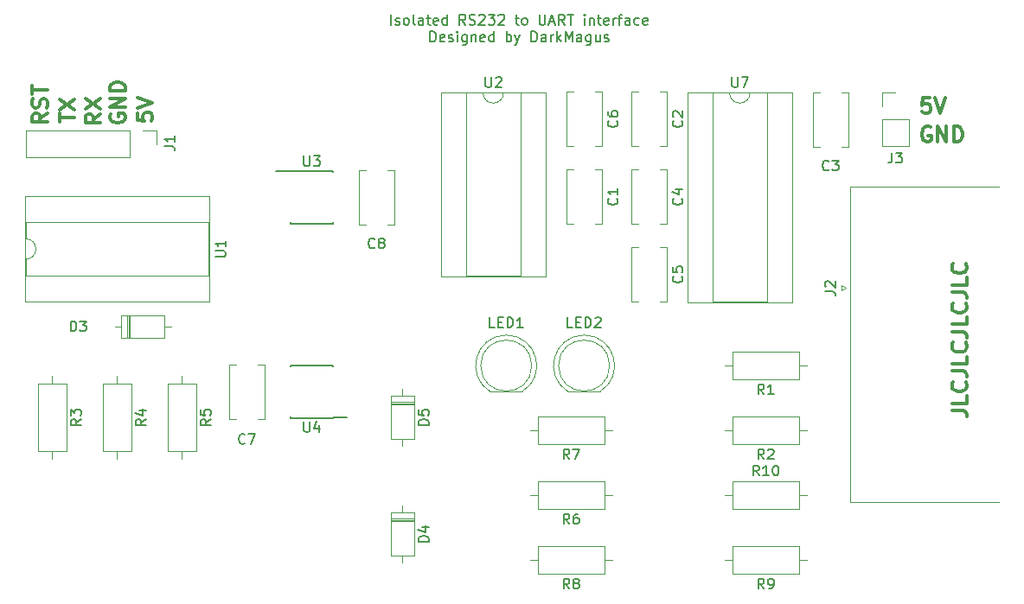
<source format=gbr>
%TF.GenerationSoftware,KiCad,Pcbnew,5.1.6+dfsg1-1~bpo10+1*%
%TF.CreationDate,2020-05-25T22:11:19+02:00*%
%TF.ProjectId,rs232 uart programmer,72733233-3220-4756-9172-742070726f67,rev?*%
%TF.SameCoordinates,Original*%
%TF.FileFunction,Legend,Top*%
%TF.FilePolarity,Positive*%
%FSLAX46Y46*%
G04 Gerber Fmt 4.6, Leading zero omitted, Abs format (unit mm)*
G04 Created by KiCad (PCBNEW 5.1.6+dfsg1-1~bpo10+1) date 2020-05-25 22:11:19*
%MOMM*%
%LPD*%
G01*
G04 APERTURE LIST*
%ADD10C,0.300000*%
%ADD11C,0.150000*%
%ADD12C,0.120000*%
G04 APERTURE END LIST*
D10*
X256988571Y-90748571D02*
X258060000Y-90748571D01*
X258274285Y-90820000D01*
X258417142Y-90962857D01*
X258488571Y-91177142D01*
X258488571Y-91320000D01*
X258488571Y-89320000D02*
X258488571Y-90034285D01*
X256988571Y-90034285D01*
X258345714Y-87962857D02*
X258417142Y-88034285D01*
X258488571Y-88248571D01*
X258488571Y-88391428D01*
X258417142Y-88605714D01*
X258274285Y-88748571D01*
X258131428Y-88820000D01*
X257845714Y-88891428D01*
X257631428Y-88891428D01*
X257345714Y-88820000D01*
X257202857Y-88748571D01*
X257060000Y-88605714D01*
X256988571Y-88391428D01*
X256988571Y-88248571D01*
X257060000Y-88034285D01*
X257131428Y-87962857D01*
X256988571Y-86891428D02*
X258060000Y-86891428D01*
X258274285Y-86962857D01*
X258417142Y-87105714D01*
X258488571Y-87320000D01*
X258488571Y-87462857D01*
X258488571Y-85462857D02*
X258488571Y-86177142D01*
X256988571Y-86177142D01*
X258345714Y-84105714D02*
X258417142Y-84177142D01*
X258488571Y-84391428D01*
X258488571Y-84534285D01*
X258417142Y-84748571D01*
X258274285Y-84891428D01*
X258131428Y-84962857D01*
X257845714Y-85034285D01*
X257631428Y-85034285D01*
X257345714Y-84962857D01*
X257202857Y-84891428D01*
X257060000Y-84748571D01*
X256988571Y-84534285D01*
X256988571Y-84391428D01*
X257060000Y-84177142D01*
X257131428Y-84105714D01*
X256988571Y-83034285D02*
X258060000Y-83034285D01*
X258274285Y-83105714D01*
X258417142Y-83248571D01*
X258488571Y-83462857D01*
X258488571Y-83605714D01*
X258488571Y-81605714D02*
X258488571Y-82320000D01*
X256988571Y-82320000D01*
X258345714Y-80248571D02*
X258417142Y-80320000D01*
X258488571Y-80534285D01*
X258488571Y-80677142D01*
X258417142Y-80891428D01*
X258274285Y-81034285D01*
X258131428Y-81105714D01*
X257845714Y-81177142D01*
X257631428Y-81177142D01*
X257345714Y-81105714D01*
X257202857Y-81034285D01*
X257060000Y-80891428D01*
X256988571Y-80677142D01*
X256988571Y-80534285D01*
X257060000Y-80320000D01*
X257131428Y-80248571D01*
X256988571Y-79177142D02*
X258060000Y-79177142D01*
X258274285Y-79248571D01*
X258417142Y-79391428D01*
X258488571Y-79605714D01*
X258488571Y-79748571D01*
X258488571Y-77748571D02*
X258488571Y-78462857D01*
X256988571Y-78462857D01*
X258345714Y-76391428D02*
X258417142Y-76462857D01*
X258488571Y-76677142D01*
X258488571Y-76820000D01*
X258417142Y-77034285D01*
X258274285Y-77177142D01*
X258131428Y-77248571D01*
X257845714Y-77320000D01*
X257631428Y-77320000D01*
X257345714Y-77248571D01*
X257202857Y-77177142D01*
X257060000Y-77034285D01*
X256988571Y-76820000D01*
X256988571Y-76677142D01*
X257060000Y-76462857D01*
X257131428Y-76391428D01*
D11*
X202082380Y-52967380D02*
X202082380Y-51967380D01*
X202510952Y-52919761D02*
X202606190Y-52967380D01*
X202796666Y-52967380D01*
X202891904Y-52919761D01*
X202939523Y-52824523D01*
X202939523Y-52776904D01*
X202891904Y-52681666D01*
X202796666Y-52634047D01*
X202653809Y-52634047D01*
X202558571Y-52586428D01*
X202510952Y-52491190D01*
X202510952Y-52443571D01*
X202558571Y-52348333D01*
X202653809Y-52300714D01*
X202796666Y-52300714D01*
X202891904Y-52348333D01*
X203510952Y-52967380D02*
X203415714Y-52919761D01*
X203368095Y-52872142D01*
X203320476Y-52776904D01*
X203320476Y-52491190D01*
X203368095Y-52395952D01*
X203415714Y-52348333D01*
X203510952Y-52300714D01*
X203653809Y-52300714D01*
X203749047Y-52348333D01*
X203796666Y-52395952D01*
X203844285Y-52491190D01*
X203844285Y-52776904D01*
X203796666Y-52872142D01*
X203749047Y-52919761D01*
X203653809Y-52967380D01*
X203510952Y-52967380D01*
X204415714Y-52967380D02*
X204320476Y-52919761D01*
X204272857Y-52824523D01*
X204272857Y-51967380D01*
X205225238Y-52967380D02*
X205225238Y-52443571D01*
X205177619Y-52348333D01*
X205082380Y-52300714D01*
X204891904Y-52300714D01*
X204796666Y-52348333D01*
X205225238Y-52919761D02*
X205130000Y-52967380D01*
X204891904Y-52967380D01*
X204796666Y-52919761D01*
X204749047Y-52824523D01*
X204749047Y-52729285D01*
X204796666Y-52634047D01*
X204891904Y-52586428D01*
X205130000Y-52586428D01*
X205225238Y-52538809D01*
X205558571Y-52300714D02*
X205939523Y-52300714D01*
X205701428Y-51967380D02*
X205701428Y-52824523D01*
X205749047Y-52919761D01*
X205844285Y-52967380D01*
X205939523Y-52967380D01*
X206653809Y-52919761D02*
X206558571Y-52967380D01*
X206368095Y-52967380D01*
X206272857Y-52919761D01*
X206225238Y-52824523D01*
X206225238Y-52443571D01*
X206272857Y-52348333D01*
X206368095Y-52300714D01*
X206558571Y-52300714D01*
X206653809Y-52348333D01*
X206701428Y-52443571D01*
X206701428Y-52538809D01*
X206225238Y-52634047D01*
X207558571Y-52967380D02*
X207558571Y-51967380D01*
X207558571Y-52919761D02*
X207463333Y-52967380D01*
X207272857Y-52967380D01*
X207177619Y-52919761D01*
X207130000Y-52872142D01*
X207082380Y-52776904D01*
X207082380Y-52491190D01*
X207130000Y-52395952D01*
X207177619Y-52348333D01*
X207272857Y-52300714D01*
X207463333Y-52300714D01*
X207558571Y-52348333D01*
X209368095Y-52967380D02*
X209034761Y-52491190D01*
X208796666Y-52967380D02*
X208796666Y-51967380D01*
X209177619Y-51967380D01*
X209272857Y-52015000D01*
X209320476Y-52062619D01*
X209368095Y-52157857D01*
X209368095Y-52300714D01*
X209320476Y-52395952D01*
X209272857Y-52443571D01*
X209177619Y-52491190D01*
X208796666Y-52491190D01*
X209749047Y-52919761D02*
X209891904Y-52967380D01*
X210130000Y-52967380D01*
X210225238Y-52919761D01*
X210272857Y-52872142D01*
X210320476Y-52776904D01*
X210320476Y-52681666D01*
X210272857Y-52586428D01*
X210225238Y-52538809D01*
X210130000Y-52491190D01*
X209939523Y-52443571D01*
X209844285Y-52395952D01*
X209796666Y-52348333D01*
X209749047Y-52253095D01*
X209749047Y-52157857D01*
X209796666Y-52062619D01*
X209844285Y-52015000D01*
X209939523Y-51967380D01*
X210177619Y-51967380D01*
X210320476Y-52015000D01*
X210701428Y-52062619D02*
X210749047Y-52015000D01*
X210844285Y-51967380D01*
X211082380Y-51967380D01*
X211177619Y-52015000D01*
X211225238Y-52062619D01*
X211272857Y-52157857D01*
X211272857Y-52253095D01*
X211225238Y-52395952D01*
X210653809Y-52967380D01*
X211272857Y-52967380D01*
X211606190Y-51967380D02*
X212225238Y-51967380D01*
X211891904Y-52348333D01*
X212034761Y-52348333D01*
X212130000Y-52395952D01*
X212177619Y-52443571D01*
X212225238Y-52538809D01*
X212225238Y-52776904D01*
X212177619Y-52872142D01*
X212130000Y-52919761D01*
X212034761Y-52967380D01*
X211749047Y-52967380D01*
X211653809Y-52919761D01*
X211606190Y-52872142D01*
X212606190Y-52062619D02*
X212653809Y-52015000D01*
X212749047Y-51967380D01*
X212987142Y-51967380D01*
X213082380Y-52015000D01*
X213130000Y-52062619D01*
X213177619Y-52157857D01*
X213177619Y-52253095D01*
X213130000Y-52395952D01*
X212558571Y-52967380D01*
X213177619Y-52967380D01*
X214225238Y-52300714D02*
X214606190Y-52300714D01*
X214368095Y-51967380D02*
X214368095Y-52824523D01*
X214415714Y-52919761D01*
X214510952Y-52967380D01*
X214606190Y-52967380D01*
X215082380Y-52967380D02*
X214987142Y-52919761D01*
X214939523Y-52872142D01*
X214891904Y-52776904D01*
X214891904Y-52491190D01*
X214939523Y-52395952D01*
X214987142Y-52348333D01*
X215082380Y-52300714D01*
X215225238Y-52300714D01*
X215320476Y-52348333D01*
X215368095Y-52395952D01*
X215415714Y-52491190D01*
X215415714Y-52776904D01*
X215368095Y-52872142D01*
X215320476Y-52919761D01*
X215225238Y-52967380D01*
X215082380Y-52967380D01*
X216606190Y-51967380D02*
X216606190Y-52776904D01*
X216653809Y-52872142D01*
X216701428Y-52919761D01*
X216796666Y-52967380D01*
X216987142Y-52967380D01*
X217082380Y-52919761D01*
X217129999Y-52872142D01*
X217177619Y-52776904D01*
X217177619Y-51967380D01*
X217606190Y-52681666D02*
X218082380Y-52681666D01*
X217510952Y-52967380D02*
X217844285Y-51967380D01*
X218177619Y-52967380D01*
X219082380Y-52967380D02*
X218749047Y-52491190D01*
X218510952Y-52967380D02*
X218510952Y-51967380D01*
X218891904Y-51967380D01*
X218987142Y-52015000D01*
X219034761Y-52062619D01*
X219082380Y-52157857D01*
X219082380Y-52300714D01*
X219034761Y-52395952D01*
X218987142Y-52443571D01*
X218891904Y-52491190D01*
X218510952Y-52491190D01*
X219368095Y-51967380D02*
X219939523Y-51967380D01*
X219653809Y-52967380D02*
X219653809Y-51967380D01*
X221034761Y-52967380D02*
X221034761Y-52300714D01*
X221034761Y-51967380D02*
X220987142Y-52015000D01*
X221034761Y-52062619D01*
X221082380Y-52015000D01*
X221034761Y-51967380D01*
X221034761Y-52062619D01*
X221510952Y-52300714D02*
X221510952Y-52967380D01*
X221510952Y-52395952D02*
X221558571Y-52348333D01*
X221653809Y-52300714D01*
X221796666Y-52300714D01*
X221891904Y-52348333D01*
X221939523Y-52443571D01*
X221939523Y-52967380D01*
X222272857Y-52300714D02*
X222653809Y-52300714D01*
X222415714Y-51967380D02*
X222415714Y-52824523D01*
X222463333Y-52919761D01*
X222558571Y-52967380D01*
X222653809Y-52967380D01*
X223368095Y-52919761D02*
X223272857Y-52967380D01*
X223082380Y-52967380D01*
X222987142Y-52919761D01*
X222939523Y-52824523D01*
X222939523Y-52443571D01*
X222987142Y-52348333D01*
X223082380Y-52300714D01*
X223272857Y-52300714D01*
X223368095Y-52348333D01*
X223415714Y-52443571D01*
X223415714Y-52538809D01*
X222939523Y-52634047D01*
X223844285Y-52967380D02*
X223844285Y-52300714D01*
X223844285Y-52491190D02*
X223891904Y-52395952D01*
X223939523Y-52348333D01*
X224034761Y-52300714D01*
X224129999Y-52300714D01*
X224320476Y-52300714D02*
X224701428Y-52300714D01*
X224463333Y-52967380D02*
X224463333Y-52110238D01*
X224510952Y-52015000D01*
X224606190Y-51967380D01*
X224701428Y-51967380D01*
X225463333Y-52967380D02*
X225463333Y-52443571D01*
X225415714Y-52348333D01*
X225320476Y-52300714D01*
X225129999Y-52300714D01*
X225034761Y-52348333D01*
X225463333Y-52919761D02*
X225368095Y-52967380D01*
X225129999Y-52967380D01*
X225034761Y-52919761D01*
X224987142Y-52824523D01*
X224987142Y-52729285D01*
X225034761Y-52634047D01*
X225129999Y-52586428D01*
X225368095Y-52586428D01*
X225463333Y-52538809D01*
X226368095Y-52919761D02*
X226272857Y-52967380D01*
X226082380Y-52967380D01*
X225987142Y-52919761D01*
X225939523Y-52872142D01*
X225891904Y-52776904D01*
X225891904Y-52491190D01*
X225939523Y-52395952D01*
X225987142Y-52348333D01*
X226082380Y-52300714D01*
X226272857Y-52300714D01*
X226368095Y-52348333D01*
X227177619Y-52919761D02*
X227082380Y-52967380D01*
X226891904Y-52967380D01*
X226796666Y-52919761D01*
X226749047Y-52824523D01*
X226749047Y-52443571D01*
X226796666Y-52348333D01*
X226891904Y-52300714D01*
X227082380Y-52300714D01*
X227177619Y-52348333D01*
X227225238Y-52443571D01*
X227225238Y-52538809D01*
X226749047Y-52634047D01*
X205915714Y-54617380D02*
X205915714Y-53617380D01*
X206153809Y-53617380D01*
X206296666Y-53665000D01*
X206391904Y-53760238D01*
X206439523Y-53855476D01*
X206487142Y-54045952D01*
X206487142Y-54188809D01*
X206439523Y-54379285D01*
X206391904Y-54474523D01*
X206296666Y-54569761D01*
X206153809Y-54617380D01*
X205915714Y-54617380D01*
X207296666Y-54569761D02*
X207201428Y-54617380D01*
X207010952Y-54617380D01*
X206915714Y-54569761D01*
X206868095Y-54474523D01*
X206868095Y-54093571D01*
X206915714Y-53998333D01*
X207010952Y-53950714D01*
X207201428Y-53950714D01*
X207296666Y-53998333D01*
X207344285Y-54093571D01*
X207344285Y-54188809D01*
X206868095Y-54284047D01*
X207725238Y-54569761D02*
X207820476Y-54617380D01*
X208010952Y-54617380D01*
X208106190Y-54569761D01*
X208153809Y-54474523D01*
X208153809Y-54426904D01*
X208106190Y-54331666D01*
X208010952Y-54284047D01*
X207868095Y-54284047D01*
X207772857Y-54236428D01*
X207725238Y-54141190D01*
X207725238Y-54093571D01*
X207772857Y-53998333D01*
X207868095Y-53950714D01*
X208010952Y-53950714D01*
X208106190Y-53998333D01*
X208582380Y-54617380D02*
X208582380Y-53950714D01*
X208582380Y-53617380D02*
X208534761Y-53665000D01*
X208582380Y-53712619D01*
X208630000Y-53665000D01*
X208582380Y-53617380D01*
X208582380Y-53712619D01*
X209487142Y-53950714D02*
X209487142Y-54760238D01*
X209439523Y-54855476D01*
X209391904Y-54903095D01*
X209296666Y-54950714D01*
X209153809Y-54950714D01*
X209058571Y-54903095D01*
X209487142Y-54569761D02*
X209391904Y-54617380D01*
X209201428Y-54617380D01*
X209106190Y-54569761D01*
X209058571Y-54522142D01*
X209010952Y-54426904D01*
X209010952Y-54141190D01*
X209058571Y-54045952D01*
X209106190Y-53998333D01*
X209201428Y-53950714D01*
X209391904Y-53950714D01*
X209487142Y-53998333D01*
X209963333Y-53950714D02*
X209963333Y-54617380D01*
X209963333Y-54045952D02*
X210010952Y-53998333D01*
X210106190Y-53950714D01*
X210249047Y-53950714D01*
X210344285Y-53998333D01*
X210391904Y-54093571D01*
X210391904Y-54617380D01*
X211249047Y-54569761D02*
X211153809Y-54617380D01*
X210963333Y-54617380D01*
X210868095Y-54569761D01*
X210820476Y-54474523D01*
X210820476Y-54093571D01*
X210868095Y-53998333D01*
X210963333Y-53950714D01*
X211153809Y-53950714D01*
X211249047Y-53998333D01*
X211296666Y-54093571D01*
X211296666Y-54188809D01*
X210820476Y-54284047D01*
X212153809Y-54617380D02*
X212153809Y-53617380D01*
X212153809Y-54569761D02*
X212058571Y-54617380D01*
X211868095Y-54617380D01*
X211772857Y-54569761D01*
X211725238Y-54522142D01*
X211677619Y-54426904D01*
X211677619Y-54141190D01*
X211725238Y-54045952D01*
X211772857Y-53998333D01*
X211868095Y-53950714D01*
X212058571Y-53950714D01*
X212153809Y-53998333D01*
X213391904Y-54617380D02*
X213391904Y-53617380D01*
X213391904Y-53998333D02*
X213487142Y-53950714D01*
X213677619Y-53950714D01*
X213772857Y-53998333D01*
X213820476Y-54045952D01*
X213868095Y-54141190D01*
X213868095Y-54426904D01*
X213820476Y-54522142D01*
X213772857Y-54569761D01*
X213677619Y-54617380D01*
X213487142Y-54617380D01*
X213391904Y-54569761D01*
X214201428Y-53950714D02*
X214439523Y-54617380D01*
X214677619Y-53950714D02*
X214439523Y-54617380D01*
X214344285Y-54855476D01*
X214296666Y-54903095D01*
X214201428Y-54950714D01*
X215820476Y-54617380D02*
X215820476Y-53617380D01*
X216058571Y-53617380D01*
X216201428Y-53665000D01*
X216296666Y-53760238D01*
X216344285Y-53855476D01*
X216391904Y-54045952D01*
X216391904Y-54188809D01*
X216344285Y-54379285D01*
X216296666Y-54474523D01*
X216201428Y-54569761D01*
X216058571Y-54617380D01*
X215820476Y-54617380D01*
X217249047Y-54617380D02*
X217249047Y-54093571D01*
X217201428Y-53998333D01*
X217106190Y-53950714D01*
X216915714Y-53950714D01*
X216820476Y-53998333D01*
X217249047Y-54569761D02*
X217153809Y-54617380D01*
X216915714Y-54617380D01*
X216820476Y-54569761D01*
X216772857Y-54474523D01*
X216772857Y-54379285D01*
X216820476Y-54284047D01*
X216915714Y-54236428D01*
X217153809Y-54236428D01*
X217249047Y-54188809D01*
X217725238Y-54617380D02*
X217725238Y-53950714D01*
X217725238Y-54141190D02*
X217772857Y-54045952D01*
X217820476Y-53998333D01*
X217915714Y-53950714D01*
X218010952Y-53950714D01*
X218344285Y-54617380D02*
X218344285Y-53617380D01*
X218439523Y-54236428D02*
X218725238Y-54617380D01*
X218725238Y-53950714D02*
X218344285Y-54331666D01*
X219153809Y-54617380D02*
X219153809Y-53617380D01*
X219487142Y-54331666D01*
X219820476Y-53617380D01*
X219820476Y-54617380D01*
X220725238Y-54617380D02*
X220725238Y-54093571D01*
X220677619Y-53998333D01*
X220582380Y-53950714D01*
X220391904Y-53950714D01*
X220296666Y-53998333D01*
X220725238Y-54569761D02*
X220630000Y-54617380D01*
X220391904Y-54617380D01*
X220296666Y-54569761D01*
X220249047Y-54474523D01*
X220249047Y-54379285D01*
X220296666Y-54284047D01*
X220391904Y-54236428D01*
X220630000Y-54236428D01*
X220725238Y-54188809D01*
X221630000Y-53950714D02*
X221630000Y-54760238D01*
X221582380Y-54855476D01*
X221534761Y-54903095D01*
X221439523Y-54950714D01*
X221296666Y-54950714D01*
X221201428Y-54903095D01*
X221630000Y-54569761D02*
X221534761Y-54617380D01*
X221344285Y-54617380D01*
X221249047Y-54569761D01*
X221201428Y-54522142D01*
X221153809Y-54426904D01*
X221153809Y-54141190D01*
X221201428Y-54045952D01*
X221249047Y-53998333D01*
X221344285Y-53950714D01*
X221534761Y-53950714D01*
X221630000Y-53998333D01*
X222534761Y-53950714D02*
X222534761Y-54617380D01*
X222106190Y-53950714D02*
X222106190Y-54474523D01*
X222153809Y-54569761D01*
X222249047Y-54617380D01*
X222391904Y-54617380D01*
X222487142Y-54569761D01*
X222534761Y-54522142D01*
X222963333Y-54569761D02*
X223058571Y-54617380D01*
X223249047Y-54617380D01*
X223344285Y-54569761D01*
X223391904Y-54474523D01*
X223391904Y-54426904D01*
X223344285Y-54331666D01*
X223249047Y-54284047D01*
X223106190Y-54284047D01*
X223010952Y-54236428D01*
X222963333Y-54141190D01*
X222963333Y-54093571D01*
X223010952Y-53998333D01*
X223106190Y-53950714D01*
X223249047Y-53950714D01*
X223344285Y-53998333D01*
D10*
X254889142Y-63004000D02*
X254746285Y-62932571D01*
X254532000Y-62932571D01*
X254317714Y-63004000D01*
X254174857Y-63146857D01*
X254103428Y-63289714D01*
X254032000Y-63575428D01*
X254032000Y-63789714D01*
X254103428Y-64075428D01*
X254174857Y-64218285D01*
X254317714Y-64361142D01*
X254532000Y-64432571D01*
X254674857Y-64432571D01*
X254889142Y-64361142D01*
X254960571Y-64289714D01*
X254960571Y-63789714D01*
X254674857Y-63789714D01*
X255603428Y-64432571D02*
X255603428Y-62932571D01*
X256460571Y-64432571D01*
X256460571Y-62932571D01*
X257174857Y-64432571D02*
X257174857Y-62932571D01*
X257532000Y-62932571D01*
X257746285Y-63004000D01*
X257889142Y-63146857D01*
X257960571Y-63289714D01*
X258032000Y-63575428D01*
X258032000Y-63789714D01*
X257960571Y-64075428D01*
X257889142Y-64218285D01*
X257746285Y-64361142D01*
X257532000Y-64432571D01*
X257174857Y-64432571D01*
X254857285Y-60138571D02*
X254143000Y-60138571D01*
X254071571Y-60852857D01*
X254143000Y-60781428D01*
X254285857Y-60710000D01*
X254643000Y-60710000D01*
X254785857Y-60781428D01*
X254857285Y-60852857D01*
X254928714Y-60995714D01*
X254928714Y-61352857D01*
X254857285Y-61495714D01*
X254785857Y-61567142D01*
X254643000Y-61638571D01*
X254285857Y-61638571D01*
X254143000Y-61567142D01*
X254071571Y-61495714D01*
X255357285Y-60138571D02*
X255857285Y-61638571D01*
X256357285Y-60138571D01*
X177232571Y-61626714D02*
X177232571Y-62341000D01*
X177946857Y-62412428D01*
X177875428Y-62341000D01*
X177804000Y-62198142D01*
X177804000Y-61841000D01*
X177875428Y-61698142D01*
X177946857Y-61626714D01*
X178089714Y-61555285D01*
X178446857Y-61555285D01*
X178589714Y-61626714D01*
X178661142Y-61698142D01*
X178732571Y-61841000D01*
X178732571Y-62198142D01*
X178661142Y-62341000D01*
X178589714Y-62412428D01*
X177232571Y-61126714D02*
X178732571Y-60626714D01*
X177232571Y-60126714D01*
X174637000Y-61721857D02*
X174565571Y-61864714D01*
X174565571Y-62079000D01*
X174637000Y-62293285D01*
X174779857Y-62436142D01*
X174922714Y-62507571D01*
X175208428Y-62579000D01*
X175422714Y-62579000D01*
X175708428Y-62507571D01*
X175851285Y-62436142D01*
X175994142Y-62293285D01*
X176065571Y-62079000D01*
X176065571Y-61936142D01*
X175994142Y-61721857D01*
X175922714Y-61650428D01*
X175422714Y-61650428D01*
X175422714Y-61936142D01*
X176065571Y-61007571D02*
X174565571Y-61007571D01*
X176065571Y-60150428D01*
X174565571Y-60150428D01*
X176065571Y-59436142D02*
X174565571Y-59436142D01*
X174565571Y-59079000D01*
X174637000Y-58864714D01*
X174779857Y-58721857D01*
X174922714Y-58650428D01*
X175208428Y-58579000D01*
X175422714Y-58579000D01*
X175708428Y-58650428D01*
X175851285Y-58721857D01*
X175994142Y-58864714D01*
X176065571Y-59079000D01*
X176065571Y-59436142D01*
X168445571Y-61654428D02*
X167731285Y-62154428D01*
X168445571Y-62511571D02*
X166945571Y-62511571D01*
X166945571Y-61940142D01*
X167017000Y-61797285D01*
X167088428Y-61725857D01*
X167231285Y-61654428D01*
X167445571Y-61654428D01*
X167588428Y-61725857D01*
X167659857Y-61797285D01*
X167731285Y-61940142D01*
X167731285Y-62511571D01*
X168374142Y-61083000D02*
X168445571Y-60868714D01*
X168445571Y-60511571D01*
X168374142Y-60368714D01*
X168302714Y-60297285D01*
X168159857Y-60225857D01*
X168017000Y-60225857D01*
X167874142Y-60297285D01*
X167802714Y-60368714D01*
X167731285Y-60511571D01*
X167659857Y-60797285D01*
X167588428Y-60940142D01*
X167517000Y-61011571D01*
X167374142Y-61083000D01*
X167231285Y-61083000D01*
X167088428Y-61011571D01*
X167017000Y-60940142D01*
X166945571Y-60797285D01*
X166945571Y-60440142D01*
X167017000Y-60225857D01*
X166945571Y-59797285D02*
X166945571Y-58940142D01*
X168445571Y-59368714D02*
X166945571Y-59368714D01*
X169612571Y-62483857D02*
X169612571Y-61626714D01*
X171112571Y-62055285D02*
X169612571Y-62055285D01*
X169612571Y-61269571D02*
X171112571Y-60269571D01*
X169612571Y-60269571D02*
X171112571Y-61269571D01*
X173652571Y-61718000D02*
X172938285Y-62218000D01*
X173652571Y-62575142D02*
X172152571Y-62575142D01*
X172152571Y-62003714D01*
X172224000Y-61860857D01*
X172295428Y-61789428D01*
X172438285Y-61718000D01*
X172652571Y-61718000D01*
X172795428Y-61789428D01*
X172866857Y-61860857D01*
X172938285Y-62003714D01*
X172938285Y-62575142D01*
X172152571Y-61218000D02*
X173652571Y-60218000D01*
X172152571Y-60218000D02*
X173652571Y-61218000D01*
D12*
%TO.C,R10*%
X242800000Y-99060000D02*
X242030000Y-99060000D01*
X234720000Y-99060000D02*
X235490000Y-99060000D01*
X242030000Y-97690000D02*
X235490000Y-97690000D01*
X242030000Y-100430000D02*
X242030000Y-97690000D01*
X235490000Y-100430000D02*
X242030000Y-100430000D01*
X235490000Y-97690000D02*
X235490000Y-100430000D01*
%TO.C,R9*%
X234720000Y-105410000D02*
X235490000Y-105410000D01*
X242800000Y-105410000D02*
X242030000Y-105410000D01*
X235490000Y-106780000D02*
X242030000Y-106780000D01*
X235490000Y-104040000D02*
X235490000Y-106780000D01*
X242030000Y-104040000D02*
X235490000Y-104040000D01*
X242030000Y-106780000D02*
X242030000Y-104040000D01*
%TO.C,R8*%
X215670000Y-105410000D02*
X216440000Y-105410000D01*
X223750000Y-105410000D02*
X222980000Y-105410000D01*
X216440000Y-106780000D02*
X222980000Y-106780000D01*
X216440000Y-104040000D02*
X216440000Y-106780000D01*
X222980000Y-104040000D02*
X216440000Y-104040000D01*
X222980000Y-106780000D02*
X222980000Y-104040000D01*
%TO.C,R7*%
X215670000Y-92710000D02*
X216440000Y-92710000D01*
X223750000Y-92710000D02*
X222980000Y-92710000D01*
X216440000Y-94080000D02*
X222980000Y-94080000D01*
X216440000Y-91340000D02*
X216440000Y-94080000D01*
X222980000Y-91340000D02*
X216440000Y-91340000D01*
X222980000Y-94080000D02*
X222980000Y-91340000D01*
%TO.C,R6*%
X215670000Y-99060000D02*
X216440000Y-99060000D01*
X223750000Y-99060000D02*
X222980000Y-99060000D01*
X216440000Y-100430000D02*
X222980000Y-100430000D01*
X216440000Y-97690000D02*
X216440000Y-100430000D01*
X222980000Y-97690000D02*
X216440000Y-97690000D01*
X222980000Y-100430000D02*
X222980000Y-97690000D01*
%TO.C,R5*%
X181610000Y-95480000D02*
X181610000Y-94710000D01*
X181610000Y-87400000D02*
X181610000Y-88170000D01*
X182980000Y-94710000D02*
X182980000Y-88170000D01*
X180240000Y-94710000D02*
X182980000Y-94710000D01*
X180240000Y-88170000D02*
X180240000Y-94710000D01*
X182980000Y-88170000D02*
X180240000Y-88170000D01*
%TO.C,R4*%
X175260000Y-95480000D02*
X175260000Y-94710000D01*
X175260000Y-87400000D02*
X175260000Y-88170000D01*
X176630000Y-94710000D02*
X176630000Y-88170000D01*
X173890000Y-94710000D02*
X176630000Y-94710000D01*
X173890000Y-88170000D02*
X173890000Y-94710000D01*
X176630000Y-88170000D02*
X173890000Y-88170000D01*
%TO.C,R3*%
X168910000Y-95480000D02*
X168910000Y-94710000D01*
X168910000Y-87400000D02*
X168910000Y-88170000D01*
X170280000Y-94710000D02*
X170280000Y-88170000D01*
X167540000Y-94710000D02*
X170280000Y-94710000D01*
X167540000Y-88170000D02*
X167540000Y-94710000D01*
X170280000Y-88170000D02*
X167540000Y-88170000D01*
%TO.C,R2*%
X234720000Y-92710000D02*
X235490000Y-92710000D01*
X242800000Y-92710000D02*
X242030000Y-92710000D01*
X235490000Y-94080000D02*
X242030000Y-94080000D01*
X235490000Y-91340000D02*
X235490000Y-94080000D01*
X242030000Y-91340000D02*
X235490000Y-91340000D01*
X242030000Y-94080000D02*
X242030000Y-91340000D01*
%TO.C,R1*%
X234720000Y-86360000D02*
X235490000Y-86360000D01*
X242800000Y-86360000D02*
X242030000Y-86360000D01*
X235490000Y-87730000D02*
X242030000Y-87730000D01*
X235490000Y-84990000D02*
X235490000Y-87730000D01*
X242030000Y-84990000D02*
X235490000Y-84990000D01*
X242030000Y-87730000D02*
X242030000Y-84990000D01*
%TO.C,LED2*%
X219435000Y-88920000D02*
X222525000Y-88920000D01*
X223480000Y-86360000D02*
G75*
G03*
X223480000Y-86360000I-2500000J0D01*
G01*
X220979538Y-83370000D02*
G75*
G02*
X222524830Y-88920000I462J-2990000D01*
G01*
X220980462Y-83370000D02*
G75*
G03*
X219435170Y-88920000I-462J-2990000D01*
G01*
%TO.C,U7*%
X241360000Y-59570000D02*
X231080000Y-59570000D01*
X241360000Y-80130000D02*
X241360000Y-59570000D01*
X231080000Y-80130000D02*
X241360000Y-80130000D01*
X231080000Y-59570000D02*
X231080000Y-80130000D01*
X238870000Y-59630000D02*
X237220000Y-59630000D01*
X238870000Y-80070000D02*
X238870000Y-59630000D01*
X233570000Y-80070000D02*
X238870000Y-80070000D01*
X233570000Y-59630000D02*
X233570000Y-80070000D01*
X235220000Y-59630000D02*
X233570000Y-59630000D01*
X237220000Y-59630000D02*
G75*
G02*
X235220000Y-59630000I-1000000J0D01*
G01*
D11*
%TO.C,U4*%
X196385000Y-91475000D02*
X196385000Y-91425000D01*
X192235000Y-91475000D02*
X192235000Y-91330000D01*
X192235000Y-86325000D02*
X192235000Y-86470000D01*
X196385000Y-86325000D02*
X196385000Y-86470000D01*
X196385000Y-91475000D02*
X192235000Y-91475000D01*
X196385000Y-86325000D02*
X192235000Y-86325000D01*
X196385000Y-91425000D02*
X197785000Y-91425000D01*
%TO.C,U3*%
X192235000Y-67275000D02*
X192235000Y-67325000D01*
X196385000Y-67275000D02*
X196385000Y-67420000D01*
X196385000Y-72425000D02*
X196385000Y-72280000D01*
X192235000Y-72425000D02*
X192235000Y-72280000D01*
X192235000Y-67275000D02*
X196385000Y-67275000D01*
X192235000Y-72425000D02*
X196385000Y-72425000D01*
X192235000Y-67325000D02*
X190835000Y-67325000D01*
D12*
%TO.C,U2*%
X217230000Y-59570000D02*
X206950000Y-59570000D01*
X217230000Y-77590000D02*
X217230000Y-59570000D01*
X206950000Y-77590000D02*
X217230000Y-77590000D01*
X206950000Y-59570000D02*
X206950000Y-77590000D01*
X214740000Y-59630000D02*
X213090000Y-59630000D01*
X214740000Y-77530000D02*
X214740000Y-59630000D01*
X209440000Y-77530000D02*
X214740000Y-77530000D01*
X209440000Y-59630000D02*
X209440000Y-77530000D01*
X211090000Y-59630000D02*
X209440000Y-59630000D01*
X213090000Y-59630000D02*
G75*
G02*
X211090000Y-59630000I-1000000J0D01*
G01*
%TO.C,U1*%
X166310000Y-75930000D02*
X166310000Y-77580000D01*
X166310000Y-77580000D02*
X184210000Y-77580000D01*
X184210000Y-77580000D02*
X184210000Y-72280000D01*
X184210000Y-72280000D02*
X166310000Y-72280000D01*
X166310000Y-72280000D02*
X166310000Y-73930000D01*
X166250000Y-80070000D02*
X184270000Y-80070000D01*
X184270000Y-80070000D02*
X184270000Y-69790000D01*
X184270000Y-69790000D02*
X166250000Y-69790000D01*
X166250000Y-69790000D02*
X166250000Y-80070000D01*
X166310000Y-73930000D02*
G75*
G02*
X166310000Y-75930000I0J-1000000D01*
G01*
%TO.C,J3*%
X250130000Y-59630000D02*
X251460000Y-59630000D01*
X250130000Y-60960000D02*
X250130000Y-59630000D01*
X250130000Y-62230000D02*
X252790000Y-62230000D01*
X252790000Y-62230000D02*
X252790000Y-64830000D01*
X250130000Y-62230000D02*
X250130000Y-64830000D01*
X250130000Y-64830000D02*
X252790000Y-64830000D01*
%TO.C,J2*%
X246598675Y-78740000D02*
X246165662Y-78990000D01*
X246165662Y-78490000D02*
X246598675Y-78740000D01*
X246165662Y-78990000D02*
X246165662Y-78490000D01*
X247060000Y-68795000D02*
X261600000Y-68795000D01*
X247060000Y-99765000D02*
X247060000Y-68795000D01*
X261600000Y-99765000D02*
X247060000Y-99765000D01*
%TO.C,J1*%
X166310000Y-63313000D02*
X166310000Y-65973000D01*
X176530000Y-63313000D02*
X166310000Y-63313000D01*
X176530000Y-65973000D02*
X166310000Y-65973000D01*
X176530000Y-63313000D02*
X176530000Y-65973000D01*
X177800000Y-63313000D02*
X179130000Y-63313000D01*
X179130000Y-63313000D02*
X179130000Y-64643000D01*
%TO.C,D5*%
X204320000Y-89920000D02*
X202080000Y-89920000D01*
X204320000Y-90160000D02*
X202080000Y-90160000D01*
X204320000Y-90040000D02*
X202080000Y-90040000D01*
X203200000Y-94210000D02*
X203200000Y-93560000D01*
X203200000Y-88670000D02*
X203200000Y-89320000D01*
X204320000Y-93560000D02*
X204320000Y-89320000D01*
X202080000Y-93560000D02*
X204320000Y-93560000D01*
X202080000Y-89320000D02*
X202080000Y-93560000D01*
X204320000Y-89320000D02*
X202080000Y-89320000D01*
%TO.C,D4*%
X204320000Y-101350000D02*
X202080000Y-101350000D01*
X204320000Y-101590000D02*
X202080000Y-101590000D01*
X204320000Y-101470000D02*
X202080000Y-101470000D01*
X203200000Y-105640000D02*
X203200000Y-104990000D01*
X203200000Y-100100000D02*
X203200000Y-100750000D01*
X204320000Y-104990000D02*
X204320000Y-100750000D01*
X202080000Y-104990000D02*
X204320000Y-104990000D01*
X202080000Y-100750000D02*
X202080000Y-104990000D01*
X204320000Y-100750000D02*
X202080000Y-100750000D01*
%TO.C,D3*%
X175680000Y-81430000D02*
X175680000Y-83670000D01*
X175680000Y-83670000D02*
X179920000Y-83670000D01*
X179920000Y-83670000D02*
X179920000Y-81430000D01*
X179920000Y-81430000D02*
X175680000Y-81430000D01*
X175030000Y-82550000D02*
X175680000Y-82550000D01*
X180570000Y-82550000D02*
X179920000Y-82550000D01*
X176400000Y-81430000D02*
X176400000Y-83670000D01*
X176520000Y-81430000D02*
X176520000Y-83670000D01*
X176280000Y-81430000D02*
X176280000Y-83670000D01*
%TO.C,LED1*%
X211815000Y-88920000D02*
X214905000Y-88920000D01*
X215860000Y-86360000D02*
G75*
G03*
X215860000Y-86360000I-2500000J0D01*
G01*
X213359538Y-83370000D02*
G75*
G02*
X214904830Y-88920000I462J-2990000D01*
G01*
X213360462Y-83370000D02*
G75*
G03*
X211815170Y-88920000I-462J-2990000D01*
G01*
%TO.C,C8*%
X198939000Y-72560000D02*
X198939000Y-67220000D01*
X202381000Y-72560000D02*
X202381000Y-67220000D01*
X198939000Y-72560000D02*
X199605000Y-72560000D01*
X201715000Y-72560000D02*
X202381000Y-72560000D01*
X198939000Y-67220000D02*
X199605000Y-67220000D01*
X201715000Y-67220000D02*
X202381000Y-67220000D01*
%TO.C,C7*%
X186239000Y-91610000D02*
X186239000Y-86270000D01*
X189681000Y-91610000D02*
X189681000Y-86270000D01*
X186239000Y-91610000D02*
X186905000Y-91610000D01*
X189015000Y-91610000D02*
X189681000Y-91610000D01*
X186239000Y-86270000D02*
X186905000Y-86270000D01*
X189015000Y-86270000D02*
X189681000Y-86270000D01*
%TO.C,C6*%
X219925000Y-64860000D02*
X219259000Y-64860000D01*
X222701000Y-64860000D02*
X222035000Y-64860000D01*
X219925000Y-59520000D02*
X219259000Y-59520000D01*
X222701000Y-59520000D02*
X222035000Y-59520000D01*
X219259000Y-59520000D02*
X219259000Y-64860000D01*
X222701000Y-59520000D02*
X222701000Y-64860000D01*
%TO.C,C5*%
X226275000Y-80100000D02*
X225609000Y-80100000D01*
X229051000Y-80100000D02*
X228385000Y-80100000D01*
X226275000Y-74760000D02*
X225609000Y-74760000D01*
X229051000Y-74760000D02*
X228385000Y-74760000D01*
X225609000Y-74760000D02*
X225609000Y-80100000D01*
X229051000Y-74760000D02*
X229051000Y-80100000D01*
%TO.C,C4*%
X226275000Y-72480000D02*
X225609000Y-72480000D01*
X229051000Y-72480000D02*
X228385000Y-72480000D01*
X226275000Y-67140000D02*
X225609000Y-67140000D01*
X229051000Y-67140000D02*
X228385000Y-67140000D01*
X225609000Y-67140000D02*
X225609000Y-72480000D01*
X229051000Y-67140000D02*
X229051000Y-72480000D01*
%TO.C,C3*%
X246165000Y-59600000D02*
X246831000Y-59600000D01*
X243389000Y-59600000D02*
X244055000Y-59600000D01*
X246165000Y-64940000D02*
X246831000Y-64940000D01*
X243389000Y-64940000D02*
X244055000Y-64940000D01*
X246831000Y-64940000D02*
X246831000Y-59600000D01*
X243389000Y-64940000D02*
X243389000Y-59600000D01*
%TO.C,C2*%
X226275000Y-64860000D02*
X225609000Y-64860000D01*
X229051000Y-64860000D02*
X228385000Y-64860000D01*
X226275000Y-59520000D02*
X225609000Y-59520000D01*
X229051000Y-59520000D02*
X228385000Y-59520000D01*
X225609000Y-59520000D02*
X225609000Y-64860000D01*
X229051000Y-59520000D02*
X229051000Y-64860000D01*
%TO.C,C1*%
X219925000Y-72480000D02*
X219259000Y-72480000D01*
X222701000Y-72480000D02*
X222035000Y-72480000D01*
X219925000Y-67140000D02*
X219259000Y-67140000D01*
X222701000Y-67140000D02*
X222035000Y-67140000D01*
X219259000Y-67140000D02*
X219259000Y-72480000D01*
X222701000Y-67140000D02*
X222701000Y-72480000D01*
%TO.C,R10*%
D11*
X238117142Y-97142380D02*
X237783809Y-96666190D01*
X237545714Y-97142380D02*
X237545714Y-96142380D01*
X237926666Y-96142380D01*
X238021904Y-96190000D01*
X238069523Y-96237619D01*
X238117142Y-96332857D01*
X238117142Y-96475714D01*
X238069523Y-96570952D01*
X238021904Y-96618571D01*
X237926666Y-96666190D01*
X237545714Y-96666190D01*
X239069523Y-97142380D02*
X238498095Y-97142380D01*
X238783809Y-97142380D02*
X238783809Y-96142380D01*
X238688571Y-96285238D01*
X238593333Y-96380476D01*
X238498095Y-96428095D01*
X239688571Y-96142380D02*
X239783809Y-96142380D01*
X239879047Y-96190000D01*
X239926666Y-96237619D01*
X239974285Y-96332857D01*
X240021904Y-96523333D01*
X240021904Y-96761428D01*
X239974285Y-96951904D01*
X239926666Y-97047142D01*
X239879047Y-97094761D01*
X239783809Y-97142380D01*
X239688571Y-97142380D01*
X239593333Y-97094761D01*
X239545714Y-97047142D01*
X239498095Y-96951904D01*
X239450476Y-96761428D01*
X239450476Y-96523333D01*
X239498095Y-96332857D01*
X239545714Y-96237619D01*
X239593333Y-96190000D01*
X239688571Y-96142380D01*
%TO.C,R9*%
X238593333Y-108232380D02*
X238260000Y-107756190D01*
X238021904Y-108232380D02*
X238021904Y-107232380D01*
X238402857Y-107232380D01*
X238498095Y-107280000D01*
X238545714Y-107327619D01*
X238593333Y-107422857D01*
X238593333Y-107565714D01*
X238545714Y-107660952D01*
X238498095Y-107708571D01*
X238402857Y-107756190D01*
X238021904Y-107756190D01*
X239069523Y-108232380D02*
X239260000Y-108232380D01*
X239355238Y-108184761D01*
X239402857Y-108137142D01*
X239498095Y-107994285D01*
X239545714Y-107803809D01*
X239545714Y-107422857D01*
X239498095Y-107327619D01*
X239450476Y-107280000D01*
X239355238Y-107232380D01*
X239164761Y-107232380D01*
X239069523Y-107280000D01*
X239021904Y-107327619D01*
X238974285Y-107422857D01*
X238974285Y-107660952D01*
X239021904Y-107756190D01*
X239069523Y-107803809D01*
X239164761Y-107851428D01*
X239355238Y-107851428D01*
X239450476Y-107803809D01*
X239498095Y-107756190D01*
X239545714Y-107660952D01*
%TO.C,R8*%
X219543333Y-108232380D02*
X219210000Y-107756190D01*
X218971904Y-108232380D02*
X218971904Y-107232380D01*
X219352857Y-107232380D01*
X219448095Y-107280000D01*
X219495714Y-107327619D01*
X219543333Y-107422857D01*
X219543333Y-107565714D01*
X219495714Y-107660952D01*
X219448095Y-107708571D01*
X219352857Y-107756190D01*
X218971904Y-107756190D01*
X220114761Y-107660952D02*
X220019523Y-107613333D01*
X219971904Y-107565714D01*
X219924285Y-107470476D01*
X219924285Y-107422857D01*
X219971904Y-107327619D01*
X220019523Y-107280000D01*
X220114761Y-107232380D01*
X220305238Y-107232380D01*
X220400476Y-107280000D01*
X220448095Y-107327619D01*
X220495714Y-107422857D01*
X220495714Y-107470476D01*
X220448095Y-107565714D01*
X220400476Y-107613333D01*
X220305238Y-107660952D01*
X220114761Y-107660952D01*
X220019523Y-107708571D01*
X219971904Y-107756190D01*
X219924285Y-107851428D01*
X219924285Y-108041904D01*
X219971904Y-108137142D01*
X220019523Y-108184761D01*
X220114761Y-108232380D01*
X220305238Y-108232380D01*
X220400476Y-108184761D01*
X220448095Y-108137142D01*
X220495714Y-108041904D01*
X220495714Y-107851428D01*
X220448095Y-107756190D01*
X220400476Y-107708571D01*
X220305238Y-107660952D01*
%TO.C,R7*%
X219543333Y-95532380D02*
X219210000Y-95056190D01*
X218971904Y-95532380D02*
X218971904Y-94532380D01*
X219352857Y-94532380D01*
X219448095Y-94580000D01*
X219495714Y-94627619D01*
X219543333Y-94722857D01*
X219543333Y-94865714D01*
X219495714Y-94960952D01*
X219448095Y-95008571D01*
X219352857Y-95056190D01*
X218971904Y-95056190D01*
X219876666Y-94532380D02*
X220543333Y-94532380D01*
X220114761Y-95532380D01*
%TO.C,R6*%
X219543333Y-101882380D02*
X219210000Y-101406190D01*
X218971904Y-101882380D02*
X218971904Y-100882380D01*
X219352857Y-100882380D01*
X219448095Y-100930000D01*
X219495714Y-100977619D01*
X219543333Y-101072857D01*
X219543333Y-101215714D01*
X219495714Y-101310952D01*
X219448095Y-101358571D01*
X219352857Y-101406190D01*
X218971904Y-101406190D01*
X220400476Y-100882380D02*
X220210000Y-100882380D01*
X220114761Y-100930000D01*
X220067142Y-100977619D01*
X219971904Y-101120476D01*
X219924285Y-101310952D01*
X219924285Y-101691904D01*
X219971904Y-101787142D01*
X220019523Y-101834761D01*
X220114761Y-101882380D01*
X220305238Y-101882380D01*
X220400476Y-101834761D01*
X220448095Y-101787142D01*
X220495714Y-101691904D01*
X220495714Y-101453809D01*
X220448095Y-101358571D01*
X220400476Y-101310952D01*
X220305238Y-101263333D01*
X220114761Y-101263333D01*
X220019523Y-101310952D01*
X219971904Y-101358571D01*
X219924285Y-101453809D01*
%TO.C,R5*%
X184432380Y-91606666D02*
X183956190Y-91940000D01*
X184432380Y-92178095D02*
X183432380Y-92178095D01*
X183432380Y-91797142D01*
X183480000Y-91701904D01*
X183527619Y-91654285D01*
X183622857Y-91606666D01*
X183765714Y-91606666D01*
X183860952Y-91654285D01*
X183908571Y-91701904D01*
X183956190Y-91797142D01*
X183956190Y-92178095D01*
X183432380Y-90701904D02*
X183432380Y-91178095D01*
X183908571Y-91225714D01*
X183860952Y-91178095D01*
X183813333Y-91082857D01*
X183813333Y-90844761D01*
X183860952Y-90749523D01*
X183908571Y-90701904D01*
X184003809Y-90654285D01*
X184241904Y-90654285D01*
X184337142Y-90701904D01*
X184384761Y-90749523D01*
X184432380Y-90844761D01*
X184432380Y-91082857D01*
X184384761Y-91178095D01*
X184337142Y-91225714D01*
%TO.C,R4*%
X178082380Y-91606666D02*
X177606190Y-91940000D01*
X178082380Y-92178095D02*
X177082380Y-92178095D01*
X177082380Y-91797142D01*
X177130000Y-91701904D01*
X177177619Y-91654285D01*
X177272857Y-91606666D01*
X177415714Y-91606666D01*
X177510952Y-91654285D01*
X177558571Y-91701904D01*
X177606190Y-91797142D01*
X177606190Y-92178095D01*
X177415714Y-90749523D02*
X178082380Y-90749523D01*
X177034761Y-90987619D02*
X177749047Y-91225714D01*
X177749047Y-90606666D01*
%TO.C,R3*%
X171732380Y-91606666D02*
X171256190Y-91940000D01*
X171732380Y-92178095D02*
X170732380Y-92178095D01*
X170732380Y-91797142D01*
X170780000Y-91701904D01*
X170827619Y-91654285D01*
X170922857Y-91606666D01*
X171065714Y-91606666D01*
X171160952Y-91654285D01*
X171208571Y-91701904D01*
X171256190Y-91797142D01*
X171256190Y-92178095D01*
X170732380Y-91273333D02*
X170732380Y-90654285D01*
X171113333Y-90987619D01*
X171113333Y-90844761D01*
X171160952Y-90749523D01*
X171208571Y-90701904D01*
X171303809Y-90654285D01*
X171541904Y-90654285D01*
X171637142Y-90701904D01*
X171684761Y-90749523D01*
X171732380Y-90844761D01*
X171732380Y-91130476D01*
X171684761Y-91225714D01*
X171637142Y-91273333D01*
%TO.C,R2*%
X238593333Y-95532380D02*
X238260000Y-95056190D01*
X238021904Y-95532380D02*
X238021904Y-94532380D01*
X238402857Y-94532380D01*
X238498095Y-94580000D01*
X238545714Y-94627619D01*
X238593333Y-94722857D01*
X238593333Y-94865714D01*
X238545714Y-94960952D01*
X238498095Y-95008571D01*
X238402857Y-95056190D01*
X238021904Y-95056190D01*
X238974285Y-94627619D02*
X239021904Y-94580000D01*
X239117142Y-94532380D01*
X239355238Y-94532380D01*
X239450476Y-94580000D01*
X239498095Y-94627619D01*
X239545714Y-94722857D01*
X239545714Y-94818095D01*
X239498095Y-94960952D01*
X238926666Y-95532380D01*
X239545714Y-95532380D01*
%TO.C,R1*%
X238593333Y-89182380D02*
X238260000Y-88706190D01*
X238021904Y-89182380D02*
X238021904Y-88182380D01*
X238402857Y-88182380D01*
X238498095Y-88230000D01*
X238545714Y-88277619D01*
X238593333Y-88372857D01*
X238593333Y-88515714D01*
X238545714Y-88610952D01*
X238498095Y-88658571D01*
X238402857Y-88706190D01*
X238021904Y-88706190D01*
X239545714Y-89182380D02*
X238974285Y-89182380D01*
X239260000Y-89182380D02*
X239260000Y-88182380D01*
X239164761Y-88325238D01*
X239069523Y-88420476D01*
X238974285Y-88468095D01*
%TO.C,LED2*%
X219860952Y-82621380D02*
X219384761Y-82621380D01*
X219384761Y-81621380D01*
X220194285Y-82097571D02*
X220527619Y-82097571D01*
X220670476Y-82621380D02*
X220194285Y-82621380D01*
X220194285Y-81621380D01*
X220670476Y-81621380D01*
X221099047Y-82621380D02*
X221099047Y-81621380D01*
X221337142Y-81621380D01*
X221480000Y-81669000D01*
X221575238Y-81764238D01*
X221622857Y-81859476D01*
X221670476Y-82049952D01*
X221670476Y-82192809D01*
X221622857Y-82383285D01*
X221575238Y-82478523D01*
X221480000Y-82573761D01*
X221337142Y-82621380D01*
X221099047Y-82621380D01*
X222051428Y-81716619D02*
X222099047Y-81669000D01*
X222194285Y-81621380D01*
X222432380Y-81621380D01*
X222527619Y-81669000D01*
X222575238Y-81716619D01*
X222622857Y-81811857D01*
X222622857Y-81907095D01*
X222575238Y-82049952D01*
X222003809Y-82621380D01*
X222622857Y-82621380D01*
%TO.C,U7*%
X235458095Y-58082380D02*
X235458095Y-58891904D01*
X235505714Y-58987142D01*
X235553333Y-59034761D01*
X235648571Y-59082380D01*
X235839047Y-59082380D01*
X235934285Y-59034761D01*
X235981904Y-58987142D01*
X236029523Y-58891904D01*
X236029523Y-58082380D01*
X236410476Y-58082380D02*
X237077142Y-58082380D01*
X236648571Y-59082380D01*
%TO.C,U4*%
X193548095Y-91852380D02*
X193548095Y-92661904D01*
X193595714Y-92757142D01*
X193643333Y-92804761D01*
X193738571Y-92852380D01*
X193929047Y-92852380D01*
X194024285Y-92804761D01*
X194071904Y-92757142D01*
X194119523Y-92661904D01*
X194119523Y-91852380D01*
X195024285Y-92185714D02*
X195024285Y-92852380D01*
X194786190Y-91804761D02*
X194548095Y-92519047D01*
X195167142Y-92519047D01*
%TO.C,U3*%
X193548095Y-65802380D02*
X193548095Y-66611904D01*
X193595714Y-66707142D01*
X193643333Y-66754761D01*
X193738571Y-66802380D01*
X193929047Y-66802380D01*
X194024285Y-66754761D01*
X194071904Y-66707142D01*
X194119523Y-66611904D01*
X194119523Y-65802380D01*
X194500476Y-65802380D02*
X195119523Y-65802380D01*
X194786190Y-66183333D01*
X194929047Y-66183333D01*
X195024285Y-66230952D01*
X195071904Y-66278571D01*
X195119523Y-66373809D01*
X195119523Y-66611904D01*
X195071904Y-66707142D01*
X195024285Y-66754761D01*
X194929047Y-66802380D01*
X194643333Y-66802380D01*
X194548095Y-66754761D01*
X194500476Y-66707142D01*
%TO.C,U2*%
X211328095Y-58082380D02*
X211328095Y-58891904D01*
X211375714Y-58987142D01*
X211423333Y-59034761D01*
X211518571Y-59082380D01*
X211709047Y-59082380D01*
X211804285Y-59034761D01*
X211851904Y-58987142D01*
X211899523Y-58891904D01*
X211899523Y-58082380D01*
X212328095Y-58177619D02*
X212375714Y-58130000D01*
X212470952Y-58082380D01*
X212709047Y-58082380D01*
X212804285Y-58130000D01*
X212851904Y-58177619D01*
X212899523Y-58272857D01*
X212899523Y-58368095D01*
X212851904Y-58510952D01*
X212280476Y-59082380D01*
X212899523Y-59082380D01*
%TO.C,U1*%
X184872380Y-75691904D02*
X185681904Y-75691904D01*
X185777142Y-75644285D01*
X185824761Y-75596666D01*
X185872380Y-75501428D01*
X185872380Y-75310952D01*
X185824761Y-75215714D01*
X185777142Y-75168095D01*
X185681904Y-75120476D01*
X184872380Y-75120476D01*
X185872380Y-74120476D02*
X185872380Y-74691904D01*
X185872380Y-74406190D02*
X184872380Y-74406190D01*
X185015238Y-74501428D01*
X185110476Y-74596666D01*
X185158095Y-74691904D01*
%TO.C,J3*%
X251126666Y-65492380D02*
X251126666Y-66206666D01*
X251079047Y-66349523D01*
X250983809Y-66444761D01*
X250840952Y-66492380D01*
X250745714Y-66492380D01*
X251507619Y-65492380D02*
X252126666Y-65492380D01*
X251793333Y-65873333D01*
X251936190Y-65873333D01*
X252031428Y-65920952D01*
X252079047Y-65968571D01*
X252126666Y-66063809D01*
X252126666Y-66301904D01*
X252079047Y-66397142D01*
X252031428Y-66444761D01*
X251936190Y-66492380D01*
X251650476Y-66492380D01*
X251555238Y-66444761D01*
X251507619Y-66397142D01*
%TO.C,J2*%
X244562380Y-79073333D02*
X245276666Y-79073333D01*
X245419523Y-79120952D01*
X245514761Y-79216190D01*
X245562380Y-79359047D01*
X245562380Y-79454285D01*
X244657619Y-78644761D02*
X244610000Y-78597142D01*
X244562380Y-78501904D01*
X244562380Y-78263809D01*
X244610000Y-78168571D01*
X244657619Y-78120952D01*
X244752857Y-78073333D01*
X244848095Y-78073333D01*
X244990952Y-78120952D01*
X245562380Y-78692380D01*
X245562380Y-78073333D01*
%TO.C,J1*%
X179919380Y-64849333D02*
X180633666Y-64849333D01*
X180776523Y-64896952D01*
X180871761Y-64992190D01*
X180919380Y-65135047D01*
X180919380Y-65230285D01*
X180919380Y-63849333D02*
X180919380Y-64420761D01*
X180919380Y-64135047D02*
X179919380Y-64135047D01*
X180062238Y-64230285D01*
X180157476Y-64325523D01*
X180205095Y-64420761D01*
%TO.C,D5*%
X205772380Y-92178095D02*
X204772380Y-92178095D01*
X204772380Y-91940000D01*
X204820000Y-91797142D01*
X204915238Y-91701904D01*
X205010476Y-91654285D01*
X205200952Y-91606666D01*
X205343809Y-91606666D01*
X205534285Y-91654285D01*
X205629523Y-91701904D01*
X205724761Y-91797142D01*
X205772380Y-91940000D01*
X205772380Y-92178095D01*
X204772380Y-90701904D02*
X204772380Y-91178095D01*
X205248571Y-91225714D01*
X205200952Y-91178095D01*
X205153333Y-91082857D01*
X205153333Y-90844761D01*
X205200952Y-90749523D01*
X205248571Y-90701904D01*
X205343809Y-90654285D01*
X205581904Y-90654285D01*
X205677142Y-90701904D01*
X205724761Y-90749523D01*
X205772380Y-90844761D01*
X205772380Y-91082857D01*
X205724761Y-91178095D01*
X205677142Y-91225714D01*
%TO.C,D4*%
X205772380Y-103608095D02*
X204772380Y-103608095D01*
X204772380Y-103370000D01*
X204820000Y-103227142D01*
X204915238Y-103131904D01*
X205010476Y-103084285D01*
X205200952Y-103036666D01*
X205343809Y-103036666D01*
X205534285Y-103084285D01*
X205629523Y-103131904D01*
X205724761Y-103227142D01*
X205772380Y-103370000D01*
X205772380Y-103608095D01*
X205105714Y-102179523D02*
X205772380Y-102179523D01*
X204724761Y-102417619D02*
X205439047Y-102655714D01*
X205439047Y-102036666D01*
%TO.C,D3*%
X170711904Y-83002380D02*
X170711904Y-82002380D01*
X170950000Y-82002380D01*
X171092857Y-82050000D01*
X171188095Y-82145238D01*
X171235714Y-82240476D01*
X171283333Y-82430952D01*
X171283333Y-82573809D01*
X171235714Y-82764285D01*
X171188095Y-82859523D01*
X171092857Y-82954761D01*
X170950000Y-83002380D01*
X170711904Y-83002380D01*
X171616666Y-82002380D02*
X172235714Y-82002380D01*
X171902380Y-82383333D01*
X172045238Y-82383333D01*
X172140476Y-82430952D01*
X172188095Y-82478571D01*
X172235714Y-82573809D01*
X172235714Y-82811904D01*
X172188095Y-82907142D01*
X172140476Y-82954761D01*
X172045238Y-83002380D01*
X171759523Y-83002380D01*
X171664285Y-82954761D01*
X171616666Y-82907142D01*
%TO.C,LED1*%
X212240952Y-82621380D02*
X211764761Y-82621380D01*
X211764761Y-81621380D01*
X212574285Y-82097571D02*
X212907619Y-82097571D01*
X213050476Y-82621380D02*
X212574285Y-82621380D01*
X212574285Y-81621380D01*
X213050476Y-81621380D01*
X213479047Y-82621380D02*
X213479047Y-81621380D01*
X213717142Y-81621380D01*
X213860000Y-81669000D01*
X213955238Y-81764238D01*
X214002857Y-81859476D01*
X214050476Y-82049952D01*
X214050476Y-82192809D01*
X214002857Y-82383285D01*
X213955238Y-82478523D01*
X213860000Y-82573761D01*
X213717142Y-82621380D01*
X213479047Y-82621380D01*
X215002857Y-82621380D02*
X214431428Y-82621380D01*
X214717142Y-82621380D02*
X214717142Y-81621380D01*
X214621904Y-81764238D01*
X214526666Y-81859476D01*
X214431428Y-81907095D01*
%TO.C,C8*%
X200493333Y-74779142D02*
X200445714Y-74826761D01*
X200302857Y-74874380D01*
X200207619Y-74874380D01*
X200064761Y-74826761D01*
X199969523Y-74731523D01*
X199921904Y-74636285D01*
X199874285Y-74445809D01*
X199874285Y-74302952D01*
X199921904Y-74112476D01*
X199969523Y-74017238D01*
X200064761Y-73922000D01*
X200207619Y-73874380D01*
X200302857Y-73874380D01*
X200445714Y-73922000D01*
X200493333Y-73969619D01*
X201064761Y-74302952D02*
X200969523Y-74255333D01*
X200921904Y-74207714D01*
X200874285Y-74112476D01*
X200874285Y-74064857D01*
X200921904Y-73969619D01*
X200969523Y-73922000D01*
X201064761Y-73874380D01*
X201255238Y-73874380D01*
X201350476Y-73922000D01*
X201398095Y-73969619D01*
X201445714Y-74064857D01*
X201445714Y-74112476D01*
X201398095Y-74207714D01*
X201350476Y-74255333D01*
X201255238Y-74302952D01*
X201064761Y-74302952D01*
X200969523Y-74350571D01*
X200921904Y-74398190D01*
X200874285Y-74493428D01*
X200874285Y-74683904D01*
X200921904Y-74779142D01*
X200969523Y-74826761D01*
X201064761Y-74874380D01*
X201255238Y-74874380D01*
X201350476Y-74826761D01*
X201398095Y-74779142D01*
X201445714Y-74683904D01*
X201445714Y-74493428D01*
X201398095Y-74398190D01*
X201350476Y-74350571D01*
X201255238Y-74302952D01*
%TO.C,C7*%
X187793333Y-93956142D02*
X187745714Y-94003761D01*
X187602857Y-94051380D01*
X187507619Y-94051380D01*
X187364761Y-94003761D01*
X187269523Y-93908523D01*
X187221904Y-93813285D01*
X187174285Y-93622809D01*
X187174285Y-93479952D01*
X187221904Y-93289476D01*
X187269523Y-93194238D01*
X187364761Y-93099000D01*
X187507619Y-93051380D01*
X187602857Y-93051380D01*
X187745714Y-93099000D01*
X187793333Y-93146619D01*
X188126666Y-93051380D02*
X188793333Y-93051380D01*
X188364761Y-94051380D01*
%TO.C,C6*%
X224187142Y-62356666D02*
X224234761Y-62404285D01*
X224282380Y-62547142D01*
X224282380Y-62642380D01*
X224234761Y-62785238D01*
X224139523Y-62880476D01*
X224044285Y-62928095D01*
X223853809Y-62975714D01*
X223710952Y-62975714D01*
X223520476Y-62928095D01*
X223425238Y-62880476D01*
X223330000Y-62785238D01*
X223282380Y-62642380D01*
X223282380Y-62547142D01*
X223330000Y-62404285D01*
X223377619Y-62356666D01*
X223282380Y-61499523D02*
X223282380Y-61690000D01*
X223330000Y-61785238D01*
X223377619Y-61832857D01*
X223520476Y-61928095D01*
X223710952Y-61975714D01*
X224091904Y-61975714D01*
X224187142Y-61928095D01*
X224234761Y-61880476D01*
X224282380Y-61785238D01*
X224282380Y-61594761D01*
X224234761Y-61499523D01*
X224187142Y-61451904D01*
X224091904Y-61404285D01*
X223853809Y-61404285D01*
X223758571Y-61451904D01*
X223710952Y-61499523D01*
X223663333Y-61594761D01*
X223663333Y-61785238D01*
X223710952Y-61880476D01*
X223758571Y-61928095D01*
X223853809Y-61975714D01*
%TO.C,C5*%
X230537142Y-77596666D02*
X230584761Y-77644285D01*
X230632380Y-77787142D01*
X230632380Y-77882380D01*
X230584761Y-78025238D01*
X230489523Y-78120476D01*
X230394285Y-78168095D01*
X230203809Y-78215714D01*
X230060952Y-78215714D01*
X229870476Y-78168095D01*
X229775238Y-78120476D01*
X229680000Y-78025238D01*
X229632380Y-77882380D01*
X229632380Y-77787142D01*
X229680000Y-77644285D01*
X229727619Y-77596666D01*
X229632380Y-76691904D02*
X229632380Y-77168095D01*
X230108571Y-77215714D01*
X230060952Y-77168095D01*
X230013333Y-77072857D01*
X230013333Y-76834761D01*
X230060952Y-76739523D01*
X230108571Y-76691904D01*
X230203809Y-76644285D01*
X230441904Y-76644285D01*
X230537142Y-76691904D01*
X230584761Y-76739523D01*
X230632380Y-76834761D01*
X230632380Y-77072857D01*
X230584761Y-77168095D01*
X230537142Y-77215714D01*
%TO.C,C4*%
X230537142Y-69976666D02*
X230584761Y-70024285D01*
X230632380Y-70167142D01*
X230632380Y-70262380D01*
X230584761Y-70405238D01*
X230489523Y-70500476D01*
X230394285Y-70548095D01*
X230203809Y-70595714D01*
X230060952Y-70595714D01*
X229870476Y-70548095D01*
X229775238Y-70500476D01*
X229680000Y-70405238D01*
X229632380Y-70262380D01*
X229632380Y-70167142D01*
X229680000Y-70024285D01*
X229727619Y-69976666D01*
X229965714Y-69119523D02*
X230632380Y-69119523D01*
X229584761Y-69357619D02*
X230299047Y-69595714D01*
X230299047Y-68976666D01*
%TO.C,C3*%
X244943333Y-67159142D02*
X244895714Y-67206761D01*
X244752857Y-67254380D01*
X244657619Y-67254380D01*
X244514761Y-67206761D01*
X244419523Y-67111523D01*
X244371904Y-67016285D01*
X244324285Y-66825809D01*
X244324285Y-66682952D01*
X244371904Y-66492476D01*
X244419523Y-66397238D01*
X244514761Y-66302000D01*
X244657619Y-66254380D01*
X244752857Y-66254380D01*
X244895714Y-66302000D01*
X244943333Y-66349619D01*
X245276666Y-66254380D02*
X245895714Y-66254380D01*
X245562380Y-66635333D01*
X245705238Y-66635333D01*
X245800476Y-66682952D01*
X245848095Y-66730571D01*
X245895714Y-66825809D01*
X245895714Y-67063904D01*
X245848095Y-67159142D01*
X245800476Y-67206761D01*
X245705238Y-67254380D01*
X245419523Y-67254380D01*
X245324285Y-67206761D01*
X245276666Y-67159142D01*
%TO.C,C2*%
X230537142Y-62356666D02*
X230584761Y-62404285D01*
X230632380Y-62547142D01*
X230632380Y-62642380D01*
X230584761Y-62785238D01*
X230489523Y-62880476D01*
X230394285Y-62928095D01*
X230203809Y-62975714D01*
X230060952Y-62975714D01*
X229870476Y-62928095D01*
X229775238Y-62880476D01*
X229680000Y-62785238D01*
X229632380Y-62642380D01*
X229632380Y-62547142D01*
X229680000Y-62404285D01*
X229727619Y-62356666D01*
X229727619Y-61975714D02*
X229680000Y-61928095D01*
X229632380Y-61832857D01*
X229632380Y-61594761D01*
X229680000Y-61499523D01*
X229727619Y-61451904D01*
X229822857Y-61404285D01*
X229918095Y-61404285D01*
X230060952Y-61451904D01*
X230632380Y-62023333D01*
X230632380Y-61404285D01*
%TO.C,C1*%
X224187142Y-69976666D02*
X224234761Y-70024285D01*
X224282380Y-70167142D01*
X224282380Y-70262380D01*
X224234761Y-70405238D01*
X224139523Y-70500476D01*
X224044285Y-70548095D01*
X223853809Y-70595714D01*
X223710952Y-70595714D01*
X223520476Y-70548095D01*
X223425238Y-70500476D01*
X223330000Y-70405238D01*
X223282380Y-70262380D01*
X223282380Y-70167142D01*
X223330000Y-70024285D01*
X223377619Y-69976666D01*
X224282380Y-69024285D02*
X224282380Y-69595714D01*
X224282380Y-69310000D02*
X223282380Y-69310000D01*
X223425238Y-69405238D01*
X223520476Y-69500476D01*
X223568095Y-69595714D01*
%TD*%
M02*

</source>
